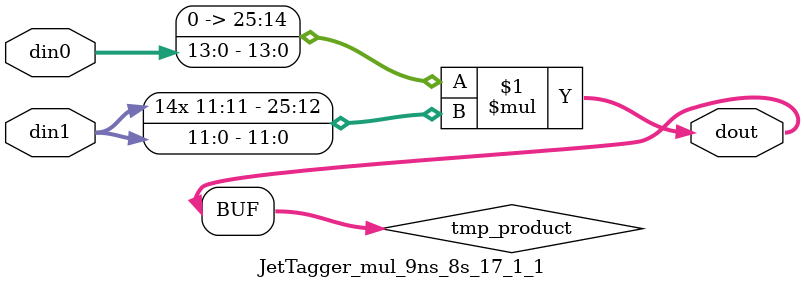
<source format=v>

`timescale 1 ns / 1 ps

  module JetTagger_mul_9ns_8s_17_1_1(din0, din1, dout);
parameter ID = 1;
parameter NUM_STAGE = 0;
parameter din0_WIDTH = 14;
parameter din1_WIDTH = 12;
parameter dout_WIDTH = 26;

input [din0_WIDTH - 1 : 0] din0; 
input [din1_WIDTH - 1 : 0] din1; 
output [dout_WIDTH - 1 : 0] dout;

wire signed [dout_WIDTH - 1 : 0] tmp_product;











assign tmp_product = $signed({1'b0, din0}) * $signed(din1);










assign dout = tmp_product;







endmodule

</source>
